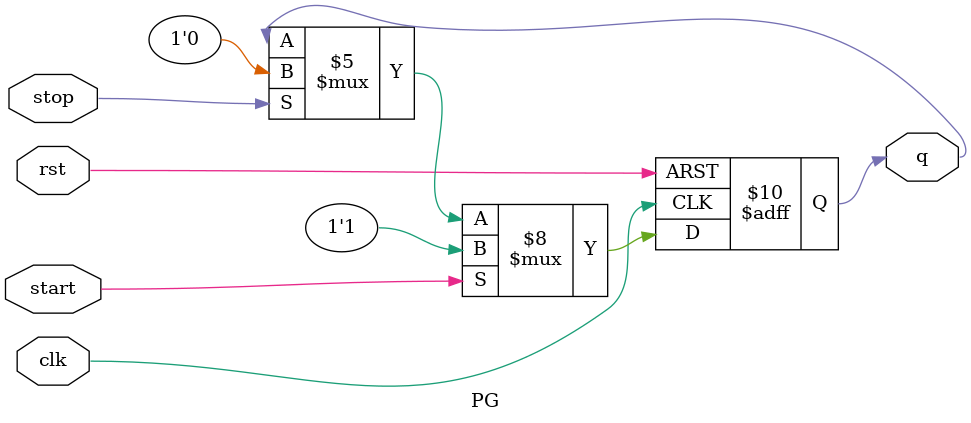
<source format=sv>
module PG (
input start,stop,clk,rst,
output	reg q



);

always @(posedge clk or negedge rst)
begin
	if(!rst)
	begin
		q <=0;
	end
	else
	begin
		if(start==1)
			q<=1;
		else
			if(stop ==1)
				q <=0;
	end
	
	
	
end



endmodule
</source>
